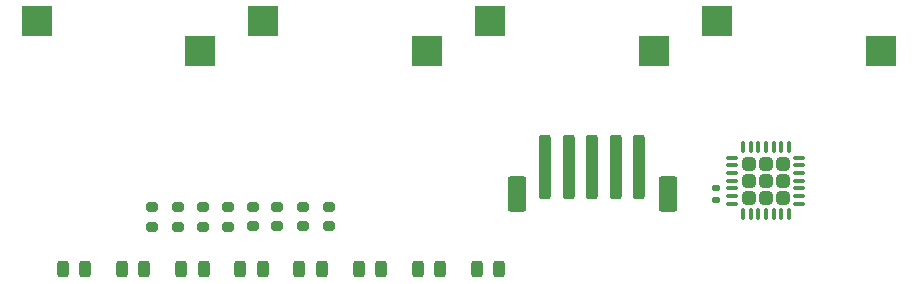
<source format=gtp>
G04 #@! TF.GenerationSoftware,KiCad,Pcbnew,6.0.11-2627ca5db0~126~ubuntu22.04.1*
G04 #@! TF.CreationDate,2024-06-10T15:46:39-04:00*
G04 #@! TF.ProjectId,io-board,696f2d62-6f61-4726-942e-6b696361645f,rev?*
G04 #@! TF.SameCoordinates,Original*
G04 #@! TF.FileFunction,Paste,Top*
G04 #@! TF.FilePolarity,Positive*
%FSLAX46Y46*%
G04 Gerber Fmt 4.6, Leading zero omitted, Abs format (unit mm)*
G04 Created by KiCad (PCBNEW 6.0.11-2627ca5db0~126~ubuntu22.04.1) date 2024-06-10 15:46:39*
%MOMM*%
%LPD*%
G01*
G04 APERTURE LIST*
G04 Aperture macros list*
%AMRoundRect*
0 Rectangle with rounded corners*
0 $1 Rounding radius*
0 $2 $3 $4 $5 $6 $7 $8 $9 X,Y pos of 4 corners*
0 Add a 4 corners polygon primitive as box body*
4,1,4,$2,$3,$4,$5,$6,$7,$8,$9,$2,$3,0*
0 Add four circle primitives for the rounded corners*
1,1,$1+$1,$2,$3*
1,1,$1+$1,$4,$5*
1,1,$1+$1,$6,$7*
1,1,$1+$1,$8,$9*
0 Add four rect primitives between the rounded corners*
20,1,$1+$1,$2,$3,$4,$5,0*
20,1,$1+$1,$4,$5,$6,$7,0*
20,1,$1+$1,$6,$7,$8,$9,0*
20,1,$1+$1,$8,$9,$2,$3,0*%
G04 Aperture macros list end*
%ADD10RoundRect,0.243750X-0.243750X-0.456250X0.243750X-0.456250X0.243750X0.456250X-0.243750X0.456250X0*%
%ADD11RoundRect,0.200000X-0.275000X0.200000X-0.275000X-0.200000X0.275000X-0.200000X0.275000X0.200000X0*%
%ADD12RoundRect,0.140000X-0.170000X0.140000X-0.170000X-0.140000X0.170000X-0.140000X0.170000X0.140000X0*%
%ADD13RoundRect,0.250000X0.250000X2.500000X-0.250000X2.500000X-0.250000X-2.500000X0.250000X-2.500000X0*%
%ADD14RoundRect,0.250000X0.550000X1.250000X-0.550000X1.250000X-0.550000X-1.250000X0.550000X-1.250000X0*%
%ADD15RoundRect,0.250000X-0.320000X-0.320000X0.320000X-0.320000X0.320000X0.320000X-0.320000X0.320000X0*%
%ADD16RoundRect,0.075000X-0.437500X-0.075000X0.437500X-0.075000X0.437500X0.075000X-0.437500X0.075000X0*%
%ADD17RoundRect,0.075000X-0.075000X-0.437500X0.075000X-0.437500X0.075000X0.437500X-0.075000X0.437500X0*%
%ADD18R,2.550000X2.500000*%
G04 APERTURE END LIST*
D10*
X118962500Y-102100000D03*
X120837500Y-102100000D03*
D11*
X118700000Y-96875000D03*
X118700000Y-98525000D03*
X122900000Y-96875000D03*
X122900000Y-98525000D03*
D10*
X128962500Y-102100000D03*
X130837500Y-102100000D03*
D12*
X164250000Y-95270000D03*
X164250000Y-96230000D03*
D10*
X143962500Y-102100000D03*
X145837500Y-102100000D03*
D11*
X125000000Y-96850000D03*
X125000000Y-98500000D03*
X129300000Y-96850000D03*
X129300000Y-98500000D03*
D10*
X108962500Y-102100000D03*
X110837500Y-102100000D03*
D13*
X157750000Y-93500000D03*
X155750000Y-93500000D03*
X153750000Y-93500000D03*
X151750000Y-93500000D03*
X149750000Y-93500000D03*
D14*
X160150000Y-95750000D03*
X147350000Y-95750000D03*
D11*
X120800000Y-96875000D03*
X120800000Y-98525000D03*
X131500000Y-96850000D03*
X131500000Y-98500000D03*
D10*
X113962500Y-102100000D03*
X115837500Y-102100000D03*
X123962500Y-102100000D03*
X125837500Y-102100000D03*
D11*
X116500000Y-96875000D03*
X116500000Y-98525000D03*
D10*
X133962500Y-102100000D03*
X135837500Y-102100000D03*
D15*
X168452598Y-96050000D03*
X168452598Y-93210000D03*
X168452598Y-94630000D03*
X167032598Y-94630000D03*
X167032598Y-93210000D03*
X169872598Y-93210000D03*
X169872598Y-96050000D03*
X169872598Y-94630000D03*
X167032598Y-96050000D03*
D16*
X165615098Y-92680000D03*
X165615098Y-93330000D03*
X165615098Y-93980000D03*
X165615098Y-94630000D03*
X165615098Y-95280000D03*
X165615098Y-95930000D03*
X165615098Y-96580000D03*
D17*
X166502598Y-97467500D03*
X167152598Y-97467500D03*
X167802598Y-97467500D03*
X168452598Y-97467500D03*
X169102598Y-97467500D03*
X169752598Y-97467500D03*
X170402598Y-97467500D03*
D16*
X171290098Y-96580000D03*
X171290098Y-95930000D03*
X171290098Y-95280000D03*
X171290098Y-94630000D03*
X171290098Y-93980000D03*
X171290098Y-93330000D03*
X171290098Y-92680000D03*
D17*
X170402598Y-91792500D03*
X169752598Y-91792500D03*
X169102598Y-91792500D03*
X168452598Y-91792500D03*
X167802598Y-91792500D03*
X167152598Y-91792500D03*
X166502598Y-91792500D03*
D10*
X138962500Y-102100000D03*
X140837500Y-102100000D03*
D11*
X127100000Y-96850000D03*
X127100000Y-98500000D03*
D18*
X145112598Y-81130000D03*
X158962598Y-83670000D03*
X125912598Y-81130000D03*
X139762598Y-83670000D03*
X164322598Y-81130000D03*
X178172598Y-83670000D03*
X106732598Y-81129999D03*
X120582598Y-83669999D03*
M02*

</source>
